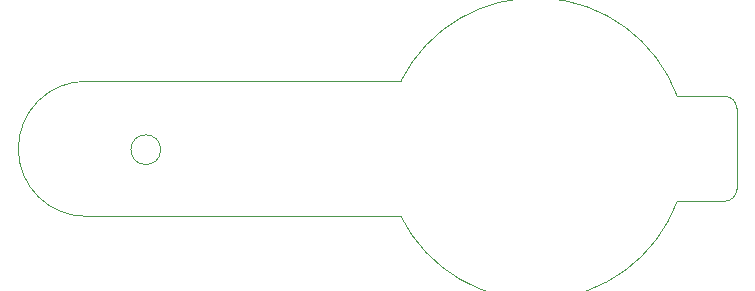
<source format=gm1>
%TF.GenerationSoftware,KiCad,Pcbnew,9.0.1*%
%TF.CreationDate,2025-05-12T10:57:47-03:00*%
%TF.ProjectId,Project_1_LED_Torch,50726f6a-6563-4745-9f31-5f4c45445f54,1*%
%TF.SameCoordinates,Original*%
%TF.FileFunction,Profile,NP*%
%FSLAX46Y46*%
G04 Gerber Fmt 4.6, Leading zero omitted, Abs format (unit mm)*
G04 Created by KiCad (PCBNEW 9.0.1) date 2025-05-12 10:57:47*
%MOMM*%
%LPD*%
G01*
G04 APERTURE LIST*
%TA.AperFunction,Profile*%
%ADD10C,0.050000*%
%TD*%
G04 APERTURE END LIST*
D10*
X130810000Y-119380226D02*
G75*
G02*
X130810000Y-107949774I0J5715226D01*
G01*
X185925507Y-110236000D02*
X185925507Y-117094000D01*
X184912000Y-109222493D02*
G75*
G02*
X185925507Y-110236000I0J-1013507D01*
G01*
X185925508Y-117094000D02*
G75*
G02*
X184912000Y-118107508I-1013508J0D01*
G01*
X180892080Y-118107508D02*
X184912000Y-118107508D01*
X180892080Y-109222493D02*
X184912000Y-109222493D01*
X180892080Y-118107508D02*
G75*
G02*
X157480000Y-119380000I-11982080J4442508D01*
G01*
X157480000Y-107950000D02*
G75*
G02*
X180892080Y-109222492I11430000J-5715000D01*
G01*
X157480000Y-119380000D02*
X130810000Y-119380000D01*
X157480000Y-107950000D02*
X130810000Y-107949774D01*
X137147491Y-113741200D02*
G75*
G02*
X134632509Y-113741200I-1257491J0D01*
G01*
X134632509Y-113741200D02*
G75*
G02*
X137147491Y-113741200I1257491J0D01*
G01*
M02*

</source>
